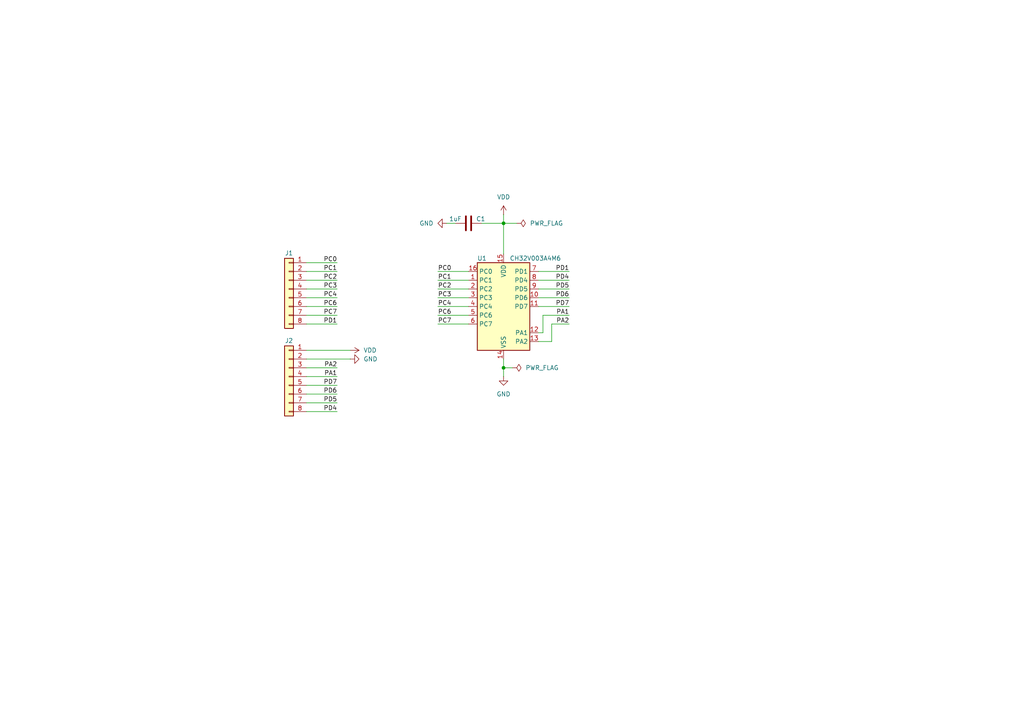
<source format=kicad_sch>
(kicad_sch (version 20250114) (generator "eeschema") (generator_version "9.0")
  (paper "A4")
  (title_block (title "CH32V003A4M6 Breakout") (date "2025-03-31") (rev "1.0"))
  (lib_symbols
    (symbol "Connector_Generic:Conn_01x08" (pin_names (offset 1.016) (hide yes))
      (property "Reference" "J" (at 0 10.16 0))
      (property "Value" "Conn_01x08" (at 0 -12.7 0))
      (symbol "Conn_01x08_1_1"
        (rectangle (start -1.27 8.89) (end 1.27 -11.43) (stroke (width 0.254)) (fill (type background)))
        (rectangle (start -1.27 7.747) (end 0 7.493) (stroke (width 0.1524)))
        (rectangle (start -1.27 5.207) (end 0 4.953) (stroke (width 0.1524)))
        (rectangle (start -1.27 2.667) (end 0 2.413) (stroke (width 0.1524)))
        (rectangle (start -1.27 0.127) (end 0 -0.127) (stroke (width 0.1524)))
        (rectangle (start -1.27 -2.413) (end 0 -2.667) (stroke (width 0.1524)))
        (rectangle (start -1.27 -4.953) (end 0 -5.207) (stroke (width 0.1524)))
        (rectangle (start -1.27 -7.493) (end 0 -7.747) (stroke (width 0.1524)))
        (rectangle (start -1.27 -10.033) (end 0 -10.287) (stroke (width 0.1524)))
        (pin passive line (at -5.08 7.62 0) (length 3.81) (name "Pin_1") (number "1"))
        (pin passive line (at -5.08 5.08 0) (length 3.81) (name "Pin_2") (number "2"))
        (pin passive line (at -5.08 2.54 0) (length 3.81) (name "Pin_3") (number "3"))
        (pin passive line (at -5.08 0 0) (length 3.81) (name "Pin_4") (number "4"))
        (pin passive line (at -5.08 -2.54 0) (length 3.81) (name "Pin_5") (number "5"))
        (pin passive line (at -5.08 -5.08 0) (length 3.81) (name "Pin_6") (number "6"))
        (pin passive line (at -5.08 -7.62 0) (length 3.81) (name "Pin_7") (number "7"))
        (pin passive line (at -5.08 -10.16 0) (length 3.81) (name "Pin_8") (number "8"))
      )
    )
    (symbol "Device:C" (pin_numbers (hide yes)) (pin_names (offset 0.254))
      (property "Reference" "C" (at 0.635 2.54 0))
      (property "Value" "C" (at 0.635 -2.54 0))
      (symbol "C_0_1"
        (polyline (pts (xy -2.032 0.762) (xy 2.032 0.762)) (stroke (width 0.508)))
        (polyline (pts (xy -2.032 -0.762) (xy 2.032 -0.762)) (stroke (width 0.508)))
      )
      (symbol "C_1_1"
        (pin passive line (at 0 3.81 270) (length 2.794) (name "~") (number "1"))
        (pin passive line (at 0 -3.81 90) (length 2.794) (name "~") (number "2"))
      )
    )
    (symbol "MCU_WCH_CH32V0:CH32V003AxMx"
      (property "Reference" "U" (at -7.62 15.24 0))
      (property "Value" "CH32V003AxMx" (at 7.62 15.24 0))
      (symbol "CH32V003AxMx_1_1"
        (rectangle (start -7.62 12.7) (end 7.62 -12.7) (stroke (width 0.254)) (fill (type background)))
        (pin bidirectional line (at -10.16 10.16 0) (length 2.54) (name "PC0") (number "16"))
        (pin bidirectional line (at -10.16 7.62 0) (length 2.54) (name "PC1") (number "1"))
        (pin bidirectional line (at -10.16 5.08 0) (length 2.54) (name "PC2") (number "2"))
        (pin bidirectional line (at -10.16 2.54 0) (length 2.54) (name "PC3") (number "3"))
        (pin bidirectional line (at -10.16 0 0) (length 2.54) (name "PC4") (number "4"))
        (pin bidirectional line (at -10.16 -2.54 0) (length 2.54) (name "PC6") (number "5"))
        (pin bidirectional line (at -10.16 -5.08 0) (length 2.54) (name "PC7") (number "6"))
        (pin power_in line (at 0 15.24 270) (length 2.54) (name "VDD") (number "15"))
        (pin power_in line (at 0 -15.24 90) (length 2.54) (name "VSS") (number "14"))
        (pin bidirectional line (at 10.16 10.16 180) (length 2.54) (name "PD1") (number "7"))
        (pin bidirectional line (at 10.16 7.62 180) (length 2.54) (name "PD4") (number "8"))
        (pin bidirectional line (at 10.16 5.08 180) (length 2.54) (name "PD5") (number "9"))
        (pin bidirectional line (at 10.16 2.54 180) (length 2.54) (name "PD6") (number "10"))
        (pin bidirectional line (at 10.16 0 180) (length 2.54) (name "PD7") (number "11"))
        (pin bidirectional line (at 10.16 -7.62 180) (length 2.54) (name "PA1") (number "12"))
        (pin bidirectional line (at 10.16 -10.16 180) (length 2.54) (name "PA2") (number "13"))
      )
    )
    (symbol "power:GND" (power) (pin_numbers (hide yes)) (pin_names (offset 0) (hide yes))
      (property "Value" "GND" (at 0 -3.81 0))
      (symbol "GND_0_1"
        (polyline (pts (xy 0 0) (xy 0 -1.27) (xy 1.27 -1.27) (xy 0 -2.54) (xy -1.27 -1.27) (xy 0 -1.27)))
      )
      (symbol "GND_1_1"
        (pin power_in line (at 0 0 270) (length 0) (name "~") (number "1"))
      )
    )
    (symbol "power:PWR_FLAG" (power) (pin_numbers (hide yes)) (pin_names (offset 0) (hide yes))
      (property "Value" "PWR_FLAG" (at 0 3.81 0))
      (symbol "PWR_FLAG_0_0"
        (pin power_out line (at 0 0 90) (length 0) (name "~") (number "1"))
      )
      (symbol "PWR_FLAG_0_1"
        (polyline (pts (xy 0 0) (xy 0 1.27) (xy -1.016 1.905) (xy 0 2.54) (xy 1.016 1.905) (xy 0 1.27)))
      )
    )
    (symbol "power:VDD" (power) (pin_numbers (hide yes)) (pin_names (offset 0) (hide yes))
      (property "Value" "VDD" (at 0 3.556 0))
      (symbol "VDD_0_1"
        (polyline (pts (xy -0.762 1.27) (xy 0 2.54)))
        (polyline (pts (xy 0 2.54) (xy 0.762 1.27)))
        (polyline (pts (xy 0 0) (xy 0 2.54)))
      )
      (symbol "VDD_1_1"
        (pin power_in line (at 0 0 90) (length 0) (name "~") (number "1"))
      )
    )
  )
  (junction (at 146.05 64.77))
  (junction (at 146.05 106.68))
  (wire (pts (xy 139.7 64.77) (xy 146.05 64.77)))
  (wire (pts (xy 160.02 93.98) (xy 165.1 93.98)))
  (wire (pts (xy 97.79 83.82) (xy 88.9 83.82)))
  (wire (pts (xy 88.9 109.22) (xy 97.79 109.22)))
  (wire (pts (xy 156.21 81.28) (xy 165.1 81.28)))
  (wire (pts (xy 129.54 64.77) (xy 132.08 64.77)))
  (wire (pts (xy 156.21 99.06) (xy 160.02 99.06)))
  (wire (pts (xy 97.79 88.9) (xy 88.9 88.9)))
  (wire (pts (xy 127 93.98) (xy 135.89 93.98)))
  (wire (pts (xy 97.79 81.28) (xy 88.9 81.28)))
  (wire (pts (xy 127 86.36) (xy 135.89 86.36)))
  (wire (pts (xy 127 83.82) (xy 135.89 83.82)))
  (wire (pts (xy 156.21 88.9) (xy 165.1 88.9)))
  (wire (pts (xy 88.9 111.76) (xy 97.79 111.76)))
  (wire (pts (xy 156.21 96.52) (xy 157.48 96.52)))
  (wire (pts (xy 146.05 64.77) (xy 146.05 73.66)))
  (wire (pts (xy 156.21 86.36) (xy 165.1 86.36)))
  (wire (pts (xy 88.9 114.3) (xy 97.79 114.3)))
  (wire (pts (xy 88.9 93.98) (xy 97.79 93.98)))
  (wire (pts (xy 88.9 119.38) (xy 97.79 119.38)))
  (wire (pts (xy 146.05 106.68) (xy 146.05 109.22)))
  (wire (pts (xy 97.79 78.74) (xy 88.9 78.74)))
  (wire (pts (xy 88.9 104.14) (xy 101.6 104.14)))
  (wire (pts (xy 97.79 91.44) (xy 88.9 91.44)))
  (wire (pts (xy 146.05 64.77) (xy 149.86 64.77)))
  (wire (pts (xy 146.05 62.23) (xy 146.05 64.77)))
  (wire (pts (xy 127 78.74) (xy 135.89 78.74)))
  (wire (pts (xy 156.21 83.82) (xy 165.1 83.82)))
  (wire (pts (xy 146.05 106.68) (xy 148.59 106.68)))
  (wire (pts (xy 88.9 116.84) (xy 97.79 116.84)))
  (wire (pts (xy 127 88.9) (xy 135.89 88.9)))
  (wire (pts (xy 97.79 76.2) (xy 88.9 76.2)))
  (wire (pts (xy 127 91.44) (xy 135.89 91.44)))
  (wire (pts (xy 88.9 106.68) (xy 97.79 106.68)))
  (wire (pts (xy 157.48 96.52) (xy 157.48 91.44)))
  (wire (pts (xy 157.48 91.44) (xy 165.1 91.44)))
  (wire (pts (xy 127 81.28) (xy 135.89 81.28)))
  (wire (pts (xy 146.05 104.14) (xy 146.05 106.68)))
  (wire (pts (xy 88.9 101.6) (xy 101.6 101.6)))
  (wire (pts (xy 160.02 99.06) (xy 160.02 93.98)))
  (wire (pts (xy 97.79 86.36) (xy 88.9 86.36)))
  (wire (pts (xy 156.21 78.74) (xy 165.1 78.74)))
  (label "PC2" (at 127 83.82 0))
  (label "PD1" (at 97.79 93.98 180))
  (label "PA2" (at 165.1 93.98 180))
  (label "PC3" (at 97.79 83.82 180))
  (label "PA1" (at 97.79 109.22 180))
  (label "PA2" (at 97.79 106.68 180))
  (label "PC7" (at 97.79 91.44 180))
  (label "PC0" (at 97.79 76.2 180))
  (label "PA1" (at 165.1 91.44 180))
  (label "PD5" (at 97.79 116.84 180))
  (label "PD5" (at 165.1 83.82 180))
  (label "PC6" (at 127 91.44 0))
  (label "PD4" (at 97.79 119.38 180))
  (label "PC4" (at 127 88.9 0))
  (label "PC0" (at 127 78.74 0))
  (label "PC2" (at 97.79 81.28 180))
  (label "PD7" (at 165.1 88.9 180))
  (label "PD6" (at 97.79 114.3 180))
  (label "PC1" (at 127 81.28 0))
  (label "PC6" (at 97.79 88.9 180))
  (label "PC3" (at 127 86.36 0))
  (label "PD1" (at 165.1 78.74 180))
  (label "PC7" (at 127 93.98 0))
  (label "PC1" (at 97.79 78.74 180))
  (label "PC4" (at 97.79 86.36 180))
  (label "PD7" (at 97.79 111.76 180))
  (label "PD6" (at 165.1 86.36 180))
  (label "PD4" (at 165.1 81.28 180))
  (symbol (lib_id "Connector_Generic:Conn_01x08") (at 83.82 109.22 0) (mirror y) (unit 1)
    (property "Reference" "J2" (at 83.82 98.806 0))
    (property "Value" "Conn_01x08" (effects (hide yes)))
    (property "Footprint" "Connector_PinHeader_2.54mm:PinHeader_1x08_P2.54mm_Vertical" (effects (hide yes)))
    (property "Description" "Generic connector, single row, 01x08, script generated (kicad-library-utils/schlib/autogen/connector/)" (effects (hide yes)))
  )
  (symbol (lib_id "MCU_WCH_CH32V0:CH32V003AxMx") (at 146.05 88.9 0) (unit 1)
    (property "Reference" "U1" (at 138.43 74.93 0) (effects (justify left)))
    (property "Value" "CH32V003A4M6" (at 147.828 74.93 0) (effects (justify left)))
    (property "Footprint" "Package_SO:SOP-16_3.9x9.9mm_P1.27mm" (effects (hide yes)))
    (property "Datasheet" "https://www.wch-ic.com/products/CH32V003.html" (effects (hide yes)))
    (property "Description" "CH32V003 series are industrial-grade general-purpose microcontrollers designed based on 32-bit RISC-V instruction set and architecture. It adopts QingKe V2A core, RV32EC instruction set, and supports 2 levels of interrupt nesting. The series are mounted with rich peripheral interfaces and function modules. Its internal organizational structure meets the low-cost and low-power embedded application scenarios." (effects (hide yes)))
  )
  (symbol (lib_id "power:PWR_FLAG") (at 149.86 64.77 270) (unit 1)
    (property "Reference" "#FLG1" (effects (hide yes)))
    (property "Value" "PWR_FLAG" (at 158.496 64.77 90))
    (property "Description" "Special symbol for telling ERC where power comes from" (effects (hide yes)))
  )
  (symbol (lib_id "power:GND") (at 146.05 109.22 0) (unit 1)
    (property "Reference" "#PWR3" (effects (hide yes)))
    (property "Value" "GND" (at 146.05 114.3 0))
    (property "Description" "Power symbol creates a global label with name \"GND\" , ground" (effects (hide yes)))
  )
  (symbol (lib_id "Device:C") (at 135.89 64.77 90) (unit 1)
    (property "Reference" "C1" (at 139.446 63.5 90))
    (property "Value" "1uF" (at 132.08 63.5 90))
    (property "Footprint" "Capacitor_SMD:C_0603_1608Metric" (effects (hide yes)))
    (property "Description" "Unpolarized capacitor" (effects (hide yes)))
  )
  (symbol (lib_id "power:VDD") (at 146.05 62.23 0) (unit 1)
    (property "Reference" "#PWR4" (effects (hide yes)))
    (property "Value" "VDD" (at 146.05 57.15 0))
    (property "Description" "Power symbol creates a global label with name \"VDD\"" (effects (hide yes)))
  )
  (symbol (lib_id "power:PWR_FLAG") (at 148.59 106.68 270) (unit 1)
    (property "Reference" "#FLG2" (effects (hide yes)))
    (property "Value" "PWR_FLAG" (at 152.4 106.6799 90) (effects (justify left)))
    (property "Description" "Special symbol for telling ERC where power comes from" (effects (hide yes)))
  )
  (symbol (lib_id "power:VDD") (at 101.6 101.6 270) (unit 1)
    (property "Reference" "#PWR6" (effects (hide yes)))
    (property "Value" "VDD" (at 105.41 101.5999 90) (effects (justify left)))
    (property "Description" "Power symbol creates a global label with name \"VDD\"" (effects (hide yes)))
  )
  (symbol (lib_id "Connector_Generic:Conn_01x08") (at 83.82 83.82 0) (mirror y) (unit 1)
    (property "Reference" "J1" (at 83.82 73.406 0))
    (property "Value" "Conn_01x08" (effects (hide yes)))
    (property "Footprint" "Connector_PinHeader_2.54mm:PinHeader_1x08_P2.54mm_Vertical" (effects (hide yes)))
    (property "Description" "Generic connector, single row, 01x08, script generated (kicad-library-utils/schlib/autogen/connector/)" (effects (hide yes)))
  )
  (symbol (lib_id "power:GND") (at 101.6 104.14 90) (unit 1)
    (property "Reference" "#PWR7" (effects (hide yes)))
    (property "Value" "GND" (at 105.41 104.1399 90) (effects (justify right)))
    (property "Description" "Power symbol creates a global label with name \"GND\" , ground" (effects (hide yes)))
  )
  (symbol (lib_id "power:GND") (at 129.54 64.77 270) (unit 1)
    (property "Reference" "#PWR5" (effects (hide yes)))
    (property "Value" "GND" (at 125.73 64.7699 90) (effects (justify right)))
    (property "Description" "Power symbol creates a global label with name \"GND\" , ground" (effects (hide yes)))
  )
)
</source>
